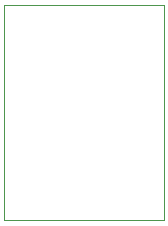
<source format=gbr>
%TF.GenerationSoftware,KiCad,Pcbnew,8.0.1*%
%TF.CreationDate,2025-01-22T20:29:26-07:00*%
%TF.ProjectId,IRRemote,49525265-6d6f-4746-952e-6b696361645f,rev?*%
%TF.SameCoordinates,Original*%
%TF.FileFunction,Profile,NP*%
%FSLAX46Y46*%
G04 Gerber Fmt 4.6, Leading zero omitted, Abs format (unit mm)*
G04 Created by KiCad (PCBNEW 8.0.1) date 2025-01-22 20:29:26*
%MOMM*%
%LPD*%
G01*
G04 APERTURE LIST*
%TA.AperFunction,Profile*%
%ADD10C,0.050000*%
%TD*%
G04 APERTURE END LIST*
D10*
X131690000Y-64440000D02*
X145200000Y-64440000D01*
X145200000Y-82640000D01*
X131690000Y-82640000D01*
X131690000Y-64440000D01*
M02*

</source>
